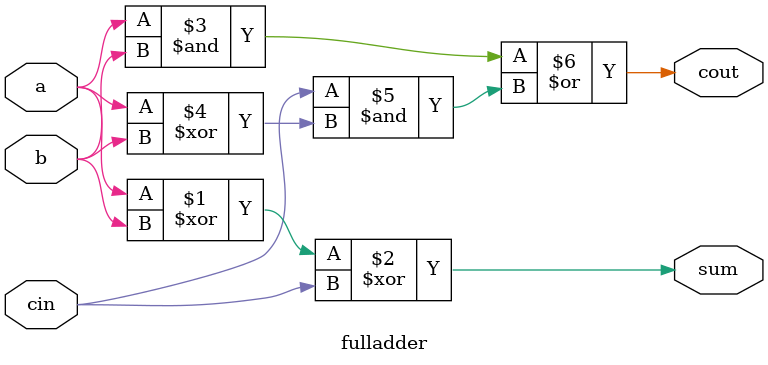
<source format=v>
module ripple_carry_adder_8bit (
    input [7:0] a,
   input [7:0] b,
    input cin,
    output [7:0] sum,
    output cout
);

  wire [7:0] c;


  fulladder fa0 (
      .a(a[0]),
      .b(b[0]),
      .cin(cin),
      .sum(sum[0]),
      .cout(c[0])
  );
  fulladder fa1 (
      .a(a[1]),
      .b(b[1]),
      .cin(c[0]),
      .sum(sum[1]),
      .cout(c[1])
  );
  fulladder fa2 (
      .a(a[2]),
      .b(b[2]),
      .cin(c[1]),
      .sum(sum[2]),
      .cout(c[2])
  );
  fulladder fa3 (
      .a(a[3]),
      .b(b[3]),
      .cin(c[2]),
      .sum(sum[3]),
      .cout(c[3])
  );
  fulladder fa4 (
      .a(a[4]),
      .b(b[4]),
      .cin(c[3]),
      .sum(sum[4]),
      .cout(c[4])
  );
  fulladder fa5 (
      .a(a[5]),
      .b(b[5]),
      .cin(c[4]),
      .sum(sum[5]),
      .cout(c[5])
  );
  fulladder fa6 (
      .a(a[6]),
      .b(b[6]),
      .cin(c[5]),
      .sum(sum[6]),
      .cout(c[6])
  );
  fulladder fa7 (
      .a(a[7]),
      .b(b[7]),
      .cin(c[6]),
      .sum(sum[7]),
      .cout(cout)
  );

endmodule

module fulladder (
 input a,
  input b,
 input cin, output sum,
  output cout);
  assign sum = a ^ b ^ cin;

 assign cout = (a & b) | (cin & (a ^ b)); endmodule


</source>
